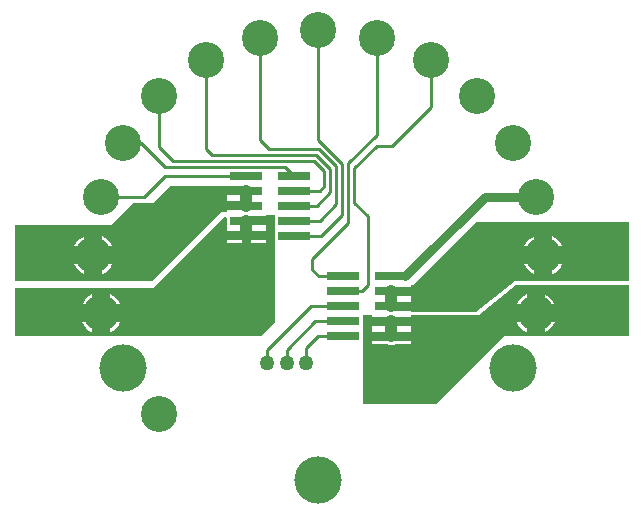
<source format=gbl>
G04*
G04 #@! TF.GenerationSoftware,Altium Limited,Altium Designer,18.1.11 (251)*
G04*
G04 Layer_Physical_Order=2*
G04 Layer_Color=16711680*
%FSLAX25Y25*%
%MOIN*%
G70*
G01*
G75*
%ADD10C,0.01000*%
%ADD11C,0.12000*%
%ADD15C,0.03000*%
%ADD17C,0.05000*%
%ADD18C,0.15748*%
%ADD19R,0.10984X0.02913*%
%ADD20C,0.04000*%
G36*
X-30504Y22906D02*
X-24012D01*
Y19906D01*
X-30504D01*
Y18949D01*
X-30504D01*
Y18862D01*
X-30504D01*
Y17906D01*
X-24012D01*
Y14906D01*
X-30504D01*
Y14500D01*
X-32500D01*
X-55500Y-8500D01*
X-101000D01*
Y10000D01*
X-69000D01*
X-61500Y17500D01*
X-55000D01*
X-49500Y23000D01*
X-30504D01*
Y22906D01*
D02*
G37*
G36*
X-14504Y9362D02*
X-14504Y8949D01*
X-14504Y8949D01*
Y8862D01*
X-14504D01*
X-14504Y8449D01*
Y3949D01*
X-14500D01*
Y-22500D01*
X-19094Y-27095D01*
X-101000D01*
Y-11000D01*
X-55000D01*
X-30965Y12554D01*
X-30504Y12361D01*
Y9362D01*
X-30504Y8949D01*
X-30504Y8449D01*
Y7905D01*
X-24012D01*
X-17520D01*
Y8449D01*
X-17520Y8862D01*
X-17520Y9362D01*
Y9905D01*
X-24012D01*
Y12905D01*
X-17520D01*
Y13500D01*
X-14504D01*
Y9362D01*
D02*
G37*
G36*
X103500Y-8500D02*
X65500D01*
X52436Y-18980D01*
X30804D01*
Y-18595D01*
X24312D01*
Y-15595D01*
X30804D01*
Y-14638D01*
X30804D01*
Y-14551D01*
X30804D01*
Y-13595D01*
X24312D01*
Y-10594D01*
X30804D01*
Y-10000D01*
X31500D01*
X52500Y11000D01*
X103500D01*
Y-8500D01*
D02*
G37*
G36*
Y-27095D02*
X61905Y-27095D01*
X39500Y-49500D01*
X15000D01*
Y-20000D01*
X17820D01*
Y-20595D01*
X24312D01*
X30804D01*
Y-20000D01*
X53500D01*
X65722Y-10000D01*
X103500D01*
Y-27095D01*
D02*
G37*
%LPC*%
G36*
X-72000Y6334D02*
Y3000D01*
X-68666D01*
X-69152Y3908D01*
X-70026Y4974D01*
X-71092Y5848D01*
X-72000Y6334D01*
D02*
G37*
G36*
X-78000D02*
X-78908Y5848D01*
X-79974Y4974D01*
X-80848Y3908D01*
X-81334Y3000D01*
X-78000D01*
Y6334D01*
D02*
G37*
G36*
X-68666Y-3000D02*
X-72000D01*
Y-6334D01*
X-71092Y-5848D01*
X-70026Y-4974D01*
X-69152Y-3908D01*
X-68666Y-3000D01*
D02*
G37*
G36*
X-78000D02*
X-81334D01*
X-80848Y-3908D01*
X-79974Y-4974D01*
X-78908Y-5848D01*
X-78000Y-6334D01*
Y-3000D01*
D02*
G37*
G36*
X-17520Y4905D02*
X-22512D01*
Y3949D01*
X-17520D01*
Y4905D01*
D02*
G37*
G36*
X-25512D02*
X-30504D01*
Y3949D01*
X-25512D01*
Y4905D01*
D02*
G37*
G36*
X-69400Y-13066D02*
Y-16400D01*
X-66066D01*
X-66552Y-15492D01*
X-67426Y-14426D01*
X-68492Y-13552D01*
X-69400Y-13066D01*
D02*
G37*
G36*
X-75400D02*
X-76308Y-13552D01*
X-77374Y-14426D01*
X-78249Y-15492D01*
X-78734Y-16400D01*
X-75400D01*
Y-13066D01*
D02*
G37*
G36*
X-66066Y-22400D02*
X-69400D01*
Y-25734D01*
X-68492Y-25248D01*
X-67426Y-24374D01*
X-66552Y-23308D01*
X-66066Y-22400D01*
D02*
G37*
G36*
X-75400D02*
X-78734D01*
X-78249Y-23308D01*
X-77374Y-24374D01*
X-76308Y-25248D01*
X-75400Y-25734D01*
Y-22400D01*
D02*
G37*
G36*
X78000Y6334D02*
Y3000D01*
X81334D01*
X80848Y3908D01*
X79974Y4974D01*
X78908Y5848D01*
X78000Y6334D01*
D02*
G37*
G36*
X72000D02*
X71092Y5848D01*
X70026Y4974D01*
X69152Y3908D01*
X68666Y3000D01*
X72000D01*
Y6334D01*
D02*
G37*
G36*
X81334Y-3000D02*
X78000D01*
Y-6334D01*
X78908Y-5848D01*
X79974Y-4974D01*
X80848Y-3908D01*
X81334Y-3000D01*
D02*
G37*
G36*
X72000D02*
X68666D01*
X69152Y-3908D01*
X70026Y-4974D01*
X71092Y-5848D01*
X72000Y-6334D01*
Y-3000D01*
D02*
G37*
G36*
X75400Y-13066D02*
Y-16400D01*
X78734D01*
X78249Y-15492D01*
X77374Y-14426D01*
X76308Y-13552D01*
X75400Y-13066D01*
D02*
G37*
G36*
X69400D02*
X68492Y-13552D01*
X67426Y-14426D01*
X66552Y-15492D01*
X66066Y-16400D01*
X69400D01*
Y-13066D01*
D02*
G37*
G36*
X30804Y-23595D02*
X24312D01*
X17820D01*
Y-24551D01*
X17820D01*
Y-24638D01*
X17820D01*
Y-25594D01*
X24312D01*
X30804D01*
Y-24638D01*
X30804D01*
Y-24551D01*
X30804D01*
Y-23595D01*
D02*
G37*
G36*
X78734Y-22400D02*
X75400D01*
Y-25734D01*
X76308Y-25248D01*
X77374Y-24374D01*
X78249Y-23308D01*
X78734Y-22400D01*
D02*
G37*
G36*
X69400D02*
X66066D01*
X66552Y-23308D01*
X67426Y-24374D01*
X68492Y-25248D01*
X69400Y-25734D01*
Y-22400D01*
D02*
G37*
G36*
X30804Y-28594D02*
X24312D01*
X17820D01*
Y-29551D01*
X22585D01*
X22799Y-29715D01*
X23529Y-30017D01*
X24312Y-30120D01*
X25095Y-30017D01*
X25825Y-29715D01*
X26039Y-29551D01*
X30804D01*
Y-28594D01*
D02*
G37*
%LPD*%
D10*
X24312Y-7095D02*
X28905D01*
X19400Y40065D02*
Y72400D01*
X10000Y30665D02*
X19400Y40065D01*
X37500Y49500D02*
Y64950D01*
X24500Y36500D02*
X37500Y49500D01*
X19500Y36500D02*
X24500D01*
X-17000Y-36000D02*
Y-31500D01*
X12000Y29000D02*
X19500Y36500D01*
X12000Y17500D02*
Y29000D01*
Y17500D02*
X16500Y13000D01*
X10000Y10594D02*
Y30665D01*
X-2000Y-1405D02*
X10000Y10594D01*
X-2000Y-4974D02*
Y-1405D01*
Y-4974D02*
X121Y-7095D01*
X8312D01*
X16500Y-10000D02*
Y13000D01*
X14405Y-12094D02*
X16500Y-10000D01*
X8312Y-12094D02*
X14405D01*
X-17000Y-31500D02*
X-2595Y-17095D01*
X8312D01*
X-10500Y-31500D02*
X-1094Y-22095D01*
X-10500Y-36000D02*
Y-31500D01*
Y-36000D02*
X-10000Y-35500D01*
X-1094Y-22095D02*
X8312D01*
X-4000Y-36000D02*
Y-31000D01*
X-94Y-27095D01*
X8312D01*
X0Y38485D02*
Y75000D01*
Y38485D02*
X8000Y30485D01*
Y13500D02*
Y30485D01*
X905Y6406D02*
X8000Y13500D01*
X-8012Y6406D02*
X905D01*
X-19400Y38500D02*
Y72400D01*
Y38500D02*
X-16400Y35500D01*
X157D01*
X6000Y29657D01*
X2000Y23000D02*
Y28000D01*
X-1500Y31500D02*
X2000Y28000D01*
X-48500Y31500D02*
X-1500D01*
X6000Y17000D02*
Y29657D01*
X405Y11406D02*
X6000Y17000D01*
X-8012Y11406D02*
X405D01*
X-11106Y29500D02*
X-8012Y26406D01*
X-51000Y29500D02*
X-11106D01*
X-35500Y33500D02*
X-672D01*
X4000Y28828D01*
X-37500Y35500D02*
Y64950D01*
Y35500D02*
X-35500Y33500D01*
X4000Y21000D02*
Y28828D01*
X-594Y16406D02*
X4000Y21000D01*
X-8012Y16406D02*
X-594D01*
X-53000Y36000D02*
Y53000D01*
Y36000D02*
X-48500Y31500D01*
X405Y21406D02*
X2000Y23000D01*
X-8012Y21406D02*
X405D01*
X-64950Y37500D02*
X-59000D01*
X-51000Y29500D01*
X-72400Y19400D02*
X-58100D01*
X-51095Y26406D01*
X-24012D01*
D11*
X-53000Y-53000D02*
D03*
X72400Y19400D02*
D03*
X-72400Y-19400D02*
D03*
X75000Y0D02*
D03*
X-75000D02*
D03*
X72400Y-19400D02*
D03*
X37500Y64950D02*
D03*
X19400Y72400D02*
D03*
X0Y75000D02*
D03*
X-19400Y72400D02*
D03*
X-37500Y64950D02*
D03*
X-53000Y53000D02*
D03*
X-64950Y37500D02*
D03*
X-72400Y19400D02*
D03*
X53000Y53000D02*
D03*
X65000Y37500D02*
D03*
D15*
X55400Y19400D02*
X72400D01*
X28905Y-7095D02*
X55400Y19400D01*
D17*
X-17000Y-36000D02*
D03*
X-10500D02*
D03*
X-4000D02*
D03*
D18*
X0Y-75000D02*
D03*
X65000Y-37500D02*
D03*
X-64950D02*
D03*
D19*
X-24012Y6406D02*
D03*
X-8012D02*
D03*
X-24012Y11406D02*
D03*
X-8012D02*
D03*
X-24012Y16406D02*
D03*
X-8012D02*
D03*
X-24012Y21406D02*
D03*
X-8012D02*
D03*
X-24012Y26406D02*
D03*
X-8012D02*
D03*
X8312Y-27095D02*
D03*
X24312D02*
D03*
X8312Y-22095D02*
D03*
X24312D02*
D03*
X8312Y-17095D02*
D03*
X24312D02*
D03*
X8312Y-12094D02*
D03*
X24312D02*
D03*
X8312Y-7095D02*
D03*
X24312D02*
D03*
D20*
X-24012Y16406D02*
Y21406D01*
Y6406D02*
Y11406D01*
X24312Y-27095D02*
Y-22095D01*
Y-17095D02*
Y-12094D01*
M02*

</source>
